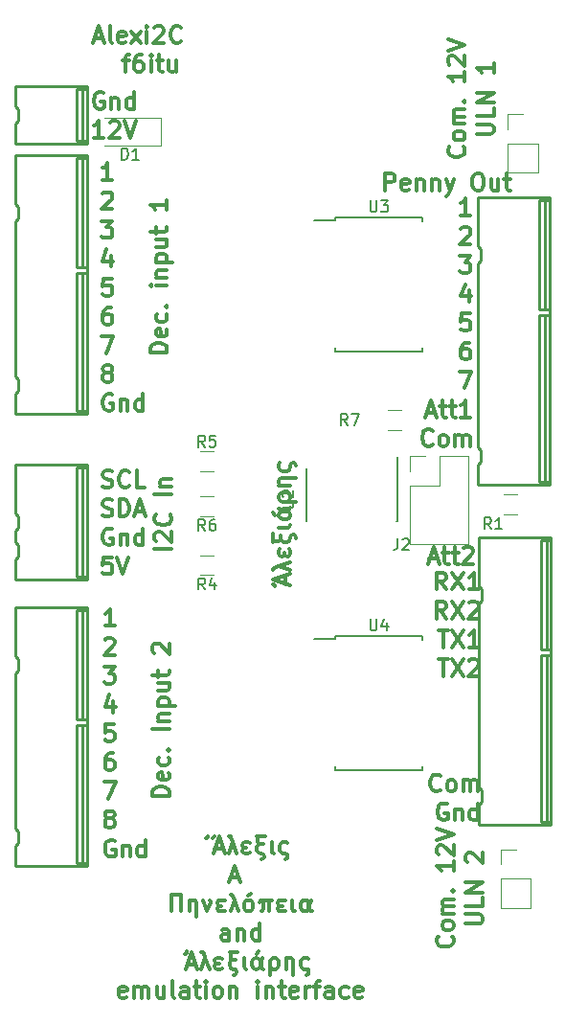
<source format=gbr>
G04 #@! TF.FileFunction,Legend,Top*
%FSLAX46Y46*%
G04 Gerber Fmt 4.6, Leading zero omitted, Abs format (unit mm)*
G04 Created by KiCad (PCBNEW 4.0.7) date 12/28/17 14:23:17*
%MOMM*%
%LPD*%
G01*
G04 APERTURE LIST*
%ADD10C,0.100000*%
%ADD11C,0.300000*%
%ADD12C,0.254000*%
%ADD13C,0.120000*%
%ADD14C,0.150000*%
G04 APERTURE END LIST*
D10*
D11*
X109514286Y-114875000D02*
X110228572Y-114875000D01*
X109371429Y-115303571D02*
X109871429Y-113803571D01*
X110371429Y-115303571D01*
X109514286Y-113732143D02*
X109300000Y-113946429D01*
X108728572Y-113946429D02*
X108800000Y-113946429D01*
X108871429Y-113875000D01*
X108871429Y-113732143D01*
X111085715Y-114303571D02*
X110728572Y-115303571D01*
X110728572Y-113803571D02*
X110871429Y-113803571D01*
X110942857Y-113875000D01*
X111085715Y-114303571D01*
X111442857Y-115303571D01*
X112157143Y-114803571D02*
X112014286Y-114875000D01*
X111942857Y-115017857D01*
X111942857Y-115089286D01*
X112014286Y-115232143D01*
X112157143Y-115303571D01*
X112442857Y-115303571D01*
X112585714Y-115232143D01*
X112300000Y-114803571D02*
X112157143Y-114803571D01*
X112014286Y-114732143D01*
X111942857Y-114589286D01*
X111942857Y-114517857D01*
X112014286Y-114375000D01*
X112157143Y-114303571D01*
X112442857Y-114303571D01*
X112585714Y-114375000D01*
X113228572Y-113803571D02*
X113942858Y-113803571D01*
X113514286Y-113803571D02*
X113371429Y-113875000D01*
X113300000Y-114017857D01*
X113300000Y-114232143D01*
X113371429Y-114375000D01*
X113514286Y-114446429D01*
X113800000Y-114446429D01*
X113514286Y-114446429D02*
X113371429Y-114517857D01*
X113300000Y-114589286D01*
X113228572Y-114732143D01*
X113228572Y-115017857D01*
X113300000Y-115160714D01*
X113371429Y-115232143D01*
X113514286Y-115303571D01*
X113657143Y-115303571D01*
X113800000Y-115375000D01*
X113871429Y-115517857D01*
X113871429Y-115589286D01*
X113800000Y-115732143D01*
X113657143Y-115803571D01*
X113585715Y-115803571D01*
X114514286Y-114303571D02*
X114514286Y-115089286D01*
X114585714Y-115232143D01*
X114728572Y-115303571D01*
X115942857Y-114375000D02*
X115800000Y-114303571D01*
X115514286Y-114303571D01*
X115371428Y-114375000D01*
X115300000Y-114446429D01*
X115228571Y-114589286D01*
X115228571Y-115017857D01*
X115300000Y-115160714D01*
X115371428Y-115232143D01*
X115514286Y-115303571D01*
X115728571Y-115303571D01*
X115871428Y-115375000D01*
X115942857Y-115517857D01*
X115942857Y-115589286D01*
X115871428Y-115732143D01*
X115728571Y-115803571D01*
X110871429Y-117425000D02*
X111585715Y-117425000D01*
X110728572Y-117853571D02*
X111228572Y-116353571D01*
X111728572Y-117853571D01*
X105657143Y-120403571D02*
X105657143Y-118903571D01*
X106514286Y-118903571D01*
X106514286Y-120403571D01*
X107228572Y-119403571D02*
X107228572Y-120403571D01*
X107228572Y-119546429D02*
X107300000Y-119475000D01*
X107442858Y-119403571D01*
X107657143Y-119403571D01*
X107800000Y-119475000D01*
X107871429Y-119617857D01*
X107871429Y-120903571D01*
X108442858Y-119403571D02*
X108800001Y-120403571D01*
X109157143Y-119617857D01*
X109157143Y-119546429D01*
X109085715Y-119403571D01*
X109942858Y-119903571D02*
X109800001Y-119975000D01*
X109728572Y-120117857D01*
X109728572Y-120189286D01*
X109800001Y-120332143D01*
X109942858Y-120403571D01*
X110228572Y-120403571D01*
X110371429Y-120332143D01*
X110085715Y-119903571D02*
X109942858Y-119903571D01*
X109800001Y-119832143D01*
X109728572Y-119689286D01*
X109728572Y-119617857D01*
X109800001Y-119475000D01*
X109942858Y-119403571D01*
X110228572Y-119403571D01*
X110371429Y-119475000D01*
X111228573Y-119403571D02*
X110871430Y-120403571D01*
X110871430Y-118903571D02*
X111014287Y-118903571D01*
X111085715Y-118975000D01*
X111228573Y-119403571D01*
X111585715Y-120403571D01*
X112371430Y-120403571D02*
X112228572Y-120332143D01*
X112157144Y-120260714D01*
X112085715Y-120117857D01*
X112085715Y-119689286D01*
X112157144Y-119546429D01*
X112228572Y-119475000D01*
X112371430Y-119403571D01*
X112585715Y-119403571D01*
X112728572Y-119475000D01*
X112800001Y-119546429D01*
X112871430Y-119689286D01*
X112871430Y-120117857D01*
X112800001Y-120260714D01*
X112728572Y-120332143D01*
X112585715Y-120403571D01*
X112371430Y-120403571D01*
X112657144Y-118832143D02*
X112442858Y-119046429D01*
X114300001Y-119403571D02*
X114300001Y-120403571D01*
X113800001Y-119403571D02*
X113800001Y-120189286D01*
X113728573Y-120332143D01*
X113585715Y-120403571D01*
X114585715Y-119403571D02*
X113657144Y-119403571D01*
X113514287Y-119475000D01*
X113442858Y-119617857D01*
X115300001Y-119903571D02*
X115157144Y-119975000D01*
X115085715Y-120117857D01*
X115085715Y-120189286D01*
X115157144Y-120332143D01*
X115300001Y-120403571D01*
X115585715Y-120403571D01*
X115728572Y-120332143D01*
X115442858Y-119903571D02*
X115300001Y-119903571D01*
X115157144Y-119832143D01*
X115085715Y-119689286D01*
X115085715Y-119617857D01*
X115157144Y-119475000D01*
X115300001Y-119403571D01*
X115585715Y-119403571D01*
X115728572Y-119475000D01*
X116371430Y-119403571D02*
X116371430Y-120189286D01*
X116442858Y-120332143D01*
X116585716Y-120403571D01*
X118014287Y-119403571D02*
X117800001Y-120117857D01*
X117728572Y-120260714D01*
X117657144Y-120332143D01*
X117514287Y-120403571D01*
X117371430Y-120403571D01*
X117228572Y-120332143D01*
X117157144Y-120260714D01*
X117085715Y-120046429D01*
X117085715Y-119760714D01*
X117157144Y-119546429D01*
X117228572Y-119475000D01*
X117371430Y-119403571D01*
X117514287Y-119403571D01*
X117657144Y-119475000D01*
X117728572Y-119546429D01*
X117800001Y-119689286D01*
X117871430Y-120189286D01*
X117942858Y-120332143D01*
X118085715Y-120403571D01*
X110764286Y-122953571D02*
X110764286Y-122167857D01*
X110692857Y-122025000D01*
X110550000Y-121953571D01*
X110264286Y-121953571D01*
X110121429Y-122025000D01*
X110764286Y-122882143D02*
X110621429Y-122953571D01*
X110264286Y-122953571D01*
X110121429Y-122882143D01*
X110050000Y-122739286D01*
X110050000Y-122596429D01*
X110121429Y-122453571D01*
X110264286Y-122382143D01*
X110621429Y-122382143D01*
X110764286Y-122310714D01*
X111478572Y-121953571D02*
X111478572Y-122953571D01*
X111478572Y-122096429D02*
X111550000Y-122025000D01*
X111692858Y-121953571D01*
X111907143Y-121953571D01*
X112050000Y-122025000D01*
X112121429Y-122167857D01*
X112121429Y-122953571D01*
X113478572Y-122953571D02*
X113478572Y-121453571D01*
X113478572Y-122882143D02*
X113335715Y-122953571D01*
X113050001Y-122953571D01*
X112907143Y-122882143D01*
X112835715Y-122810714D01*
X112764286Y-122667857D01*
X112764286Y-122239286D01*
X112835715Y-122096429D01*
X112907143Y-122025000D01*
X113050001Y-121953571D01*
X113335715Y-121953571D01*
X113478572Y-122025000D01*
X107085715Y-125075000D02*
X107800001Y-125075000D01*
X106942858Y-125503571D02*
X107442858Y-124003571D01*
X107942858Y-125503571D01*
X106871430Y-124146429D02*
X106942858Y-124146429D01*
X107014287Y-124075000D01*
X107014287Y-123932143D01*
X108657144Y-124503571D02*
X108300001Y-125503571D01*
X108300001Y-124003571D02*
X108442858Y-124003571D01*
X108514286Y-124075000D01*
X108657144Y-124503571D01*
X109014286Y-125503571D01*
X109728572Y-125003571D02*
X109585715Y-125075000D01*
X109514286Y-125217857D01*
X109514286Y-125289286D01*
X109585715Y-125432143D01*
X109728572Y-125503571D01*
X110014286Y-125503571D01*
X110157143Y-125432143D01*
X109871429Y-125003571D02*
X109728572Y-125003571D01*
X109585715Y-124932143D01*
X109514286Y-124789286D01*
X109514286Y-124717857D01*
X109585715Y-124575000D01*
X109728572Y-124503571D01*
X110014286Y-124503571D01*
X110157143Y-124575000D01*
X110800001Y-124003571D02*
X111514287Y-124003571D01*
X111085715Y-124003571D02*
X110942858Y-124075000D01*
X110871429Y-124217857D01*
X110871429Y-124432143D01*
X110942858Y-124575000D01*
X111085715Y-124646429D01*
X111371429Y-124646429D01*
X111085715Y-124646429D02*
X110942858Y-124717857D01*
X110871429Y-124789286D01*
X110800001Y-124932143D01*
X110800001Y-125217857D01*
X110871429Y-125360714D01*
X110942858Y-125432143D01*
X111085715Y-125503571D01*
X111228572Y-125503571D01*
X111371429Y-125575000D01*
X111442858Y-125717857D01*
X111442858Y-125789286D01*
X111371429Y-125932143D01*
X111228572Y-126003571D01*
X111157144Y-126003571D01*
X112085715Y-124503571D02*
X112085715Y-125289286D01*
X112157143Y-125432143D01*
X112300001Y-125503571D01*
X113728572Y-124503571D02*
X113514286Y-125217857D01*
X113442857Y-125360714D01*
X113371429Y-125432143D01*
X113228572Y-125503571D01*
X113085715Y-125503571D01*
X112942857Y-125432143D01*
X112871429Y-125360714D01*
X112800000Y-125146429D01*
X112800000Y-124860714D01*
X112871429Y-124646429D01*
X112942857Y-124575000D01*
X113085715Y-124503571D01*
X113228572Y-124503571D01*
X113371429Y-124575000D01*
X113442857Y-124646429D01*
X113514286Y-124789286D01*
X113585715Y-125289286D01*
X113657143Y-125432143D01*
X113800000Y-125503571D01*
X113371429Y-123932143D02*
X113157143Y-124146429D01*
X114371429Y-126003571D02*
X114371429Y-124789286D01*
X114442857Y-124646429D01*
X114514286Y-124575000D01*
X114657143Y-124503571D01*
X114871429Y-124503571D01*
X115014286Y-124575000D01*
X115085715Y-124646429D01*
X115157143Y-124789286D01*
X115157143Y-125217857D01*
X115085715Y-125360714D01*
X115014286Y-125432143D01*
X114871429Y-125503571D01*
X114657143Y-125503571D01*
X114514286Y-125432143D01*
X114371429Y-125289286D01*
X115800000Y-124503571D02*
X115800000Y-125503571D01*
X115800000Y-124646429D02*
X115871428Y-124575000D01*
X116014286Y-124503571D01*
X116228571Y-124503571D01*
X116371428Y-124575000D01*
X116442857Y-124717857D01*
X116442857Y-126003571D01*
X117800000Y-124575000D02*
X117657143Y-124503571D01*
X117371429Y-124503571D01*
X117228571Y-124575000D01*
X117157143Y-124646429D01*
X117085714Y-124789286D01*
X117085714Y-125217857D01*
X117157143Y-125360714D01*
X117228571Y-125432143D01*
X117371429Y-125503571D01*
X117585714Y-125503571D01*
X117728571Y-125575000D01*
X117800000Y-125717857D01*
X117800000Y-125789286D01*
X117728571Y-125932143D01*
X117585714Y-126003571D01*
X101657143Y-127982143D02*
X101514286Y-128053571D01*
X101228572Y-128053571D01*
X101085715Y-127982143D01*
X101014286Y-127839286D01*
X101014286Y-127267857D01*
X101085715Y-127125000D01*
X101228572Y-127053571D01*
X101514286Y-127053571D01*
X101657143Y-127125000D01*
X101728572Y-127267857D01*
X101728572Y-127410714D01*
X101014286Y-127553571D01*
X102371429Y-128053571D02*
X102371429Y-127053571D01*
X102371429Y-127196429D02*
X102442857Y-127125000D01*
X102585715Y-127053571D01*
X102800000Y-127053571D01*
X102942857Y-127125000D01*
X103014286Y-127267857D01*
X103014286Y-128053571D01*
X103014286Y-127267857D02*
X103085715Y-127125000D01*
X103228572Y-127053571D01*
X103442857Y-127053571D01*
X103585715Y-127125000D01*
X103657143Y-127267857D01*
X103657143Y-128053571D01*
X105014286Y-127053571D02*
X105014286Y-128053571D01*
X104371429Y-127053571D02*
X104371429Y-127839286D01*
X104442857Y-127982143D01*
X104585715Y-128053571D01*
X104800000Y-128053571D01*
X104942857Y-127982143D01*
X105014286Y-127910714D01*
X105942858Y-128053571D02*
X105800000Y-127982143D01*
X105728572Y-127839286D01*
X105728572Y-126553571D01*
X107157143Y-128053571D02*
X107157143Y-127267857D01*
X107085714Y-127125000D01*
X106942857Y-127053571D01*
X106657143Y-127053571D01*
X106514286Y-127125000D01*
X107157143Y-127982143D02*
X107014286Y-128053571D01*
X106657143Y-128053571D01*
X106514286Y-127982143D01*
X106442857Y-127839286D01*
X106442857Y-127696429D01*
X106514286Y-127553571D01*
X106657143Y-127482143D01*
X107014286Y-127482143D01*
X107157143Y-127410714D01*
X107657143Y-127053571D02*
X108228572Y-127053571D01*
X107871429Y-126553571D02*
X107871429Y-127839286D01*
X107942857Y-127982143D01*
X108085715Y-128053571D01*
X108228572Y-128053571D01*
X108728572Y-128053571D02*
X108728572Y-127053571D01*
X108728572Y-126553571D02*
X108657143Y-126625000D01*
X108728572Y-126696429D01*
X108800000Y-126625000D01*
X108728572Y-126553571D01*
X108728572Y-126696429D01*
X109657144Y-128053571D02*
X109514286Y-127982143D01*
X109442858Y-127910714D01*
X109371429Y-127767857D01*
X109371429Y-127339286D01*
X109442858Y-127196429D01*
X109514286Y-127125000D01*
X109657144Y-127053571D01*
X109871429Y-127053571D01*
X110014286Y-127125000D01*
X110085715Y-127196429D01*
X110157144Y-127339286D01*
X110157144Y-127767857D01*
X110085715Y-127910714D01*
X110014286Y-127982143D01*
X109871429Y-128053571D01*
X109657144Y-128053571D01*
X110800001Y-127053571D02*
X110800001Y-128053571D01*
X110800001Y-127196429D02*
X110871429Y-127125000D01*
X111014287Y-127053571D01*
X111228572Y-127053571D01*
X111371429Y-127125000D01*
X111442858Y-127267857D01*
X111442858Y-128053571D01*
X113300001Y-128053571D02*
X113300001Y-127053571D01*
X113300001Y-126553571D02*
X113228572Y-126625000D01*
X113300001Y-126696429D01*
X113371429Y-126625000D01*
X113300001Y-126553571D01*
X113300001Y-126696429D01*
X114014287Y-127053571D02*
X114014287Y-128053571D01*
X114014287Y-127196429D02*
X114085715Y-127125000D01*
X114228573Y-127053571D01*
X114442858Y-127053571D01*
X114585715Y-127125000D01*
X114657144Y-127267857D01*
X114657144Y-128053571D01*
X115157144Y-127053571D02*
X115728573Y-127053571D01*
X115371430Y-126553571D02*
X115371430Y-127839286D01*
X115442858Y-127982143D01*
X115585716Y-128053571D01*
X115728573Y-128053571D01*
X116800001Y-127982143D02*
X116657144Y-128053571D01*
X116371430Y-128053571D01*
X116228573Y-127982143D01*
X116157144Y-127839286D01*
X116157144Y-127267857D01*
X116228573Y-127125000D01*
X116371430Y-127053571D01*
X116657144Y-127053571D01*
X116800001Y-127125000D01*
X116871430Y-127267857D01*
X116871430Y-127410714D01*
X116157144Y-127553571D01*
X117514287Y-128053571D02*
X117514287Y-127053571D01*
X117514287Y-127339286D02*
X117585715Y-127196429D01*
X117657144Y-127125000D01*
X117800001Y-127053571D01*
X117942858Y-127053571D01*
X118228572Y-127053571D02*
X118800001Y-127053571D01*
X118442858Y-128053571D02*
X118442858Y-126767857D01*
X118514286Y-126625000D01*
X118657144Y-126553571D01*
X118800001Y-126553571D01*
X119942858Y-128053571D02*
X119942858Y-127267857D01*
X119871429Y-127125000D01*
X119728572Y-127053571D01*
X119442858Y-127053571D01*
X119300001Y-127125000D01*
X119942858Y-127982143D02*
X119800001Y-128053571D01*
X119442858Y-128053571D01*
X119300001Y-127982143D01*
X119228572Y-127839286D01*
X119228572Y-127696429D01*
X119300001Y-127553571D01*
X119442858Y-127482143D01*
X119800001Y-127482143D01*
X119942858Y-127410714D01*
X121300001Y-127982143D02*
X121157144Y-128053571D01*
X120871430Y-128053571D01*
X120728572Y-127982143D01*
X120657144Y-127910714D01*
X120585715Y-127767857D01*
X120585715Y-127339286D01*
X120657144Y-127196429D01*
X120728572Y-127125000D01*
X120871430Y-127053571D01*
X121157144Y-127053571D01*
X121300001Y-127125000D01*
X122514286Y-127982143D02*
X122371429Y-128053571D01*
X122085715Y-128053571D01*
X121942858Y-127982143D01*
X121871429Y-127839286D01*
X121871429Y-127267857D01*
X121942858Y-127125000D01*
X122085715Y-127053571D01*
X122371429Y-127053571D01*
X122514286Y-127125000D01*
X122585715Y-127267857D01*
X122585715Y-127410714D01*
X121871429Y-127553571D01*
X98857143Y-43225000D02*
X99571429Y-43225000D01*
X98714286Y-43653571D02*
X99214286Y-42153571D01*
X99714286Y-43653571D01*
X100428572Y-43653571D02*
X100285714Y-43582143D01*
X100214286Y-43439286D01*
X100214286Y-42153571D01*
X101571428Y-43582143D02*
X101428571Y-43653571D01*
X101142857Y-43653571D01*
X101000000Y-43582143D01*
X100928571Y-43439286D01*
X100928571Y-42867857D01*
X101000000Y-42725000D01*
X101142857Y-42653571D01*
X101428571Y-42653571D01*
X101571428Y-42725000D01*
X101642857Y-42867857D01*
X101642857Y-43010714D01*
X100928571Y-43153571D01*
X102142857Y-43653571D02*
X102928571Y-42653571D01*
X102142857Y-42653571D02*
X102928571Y-43653571D01*
X103500000Y-43653571D02*
X103500000Y-42653571D01*
X103500000Y-42153571D02*
X103428571Y-42225000D01*
X103500000Y-42296429D01*
X103571428Y-42225000D01*
X103500000Y-42153571D01*
X103500000Y-42296429D01*
X104142857Y-42296429D02*
X104214286Y-42225000D01*
X104357143Y-42153571D01*
X104714286Y-42153571D01*
X104857143Y-42225000D01*
X104928572Y-42296429D01*
X105000000Y-42439286D01*
X105000000Y-42582143D01*
X104928572Y-42796429D01*
X104071429Y-43653571D01*
X105000000Y-43653571D01*
X106500000Y-43510714D02*
X106428571Y-43582143D01*
X106214285Y-43653571D01*
X106071428Y-43653571D01*
X105857143Y-43582143D01*
X105714285Y-43439286D01*
X105642857Y-43296429D01*
X105571428Y-43010714D01*
X105571428Y-42796429D01*
X105642857Y-42510714D01*
X105714285Y-42367857D01*
X105857143Y-42225000D01*
X106071428Y-42153571D01*
X106214285Y-42153571D01*
X106428571Y-42225000D01*
X106500000Y-42296429D01*
X101357143Y-45203571D02*
X101928572Y-45203571D01*
X101571429Y-46203571D02*
X101571429Y-44917857D01*
X101642857Y-44775000D01*
X101785715Y-44703571D01*
X101928572Y-44703571D01*
X103071429Y-44703571D02*
X102785715Y-44703571D01*
X102642858Y-44775000D01*
X102571429Y-44846429D01*
X102428572Y-45060714D01*
X102357143Y-45346429D01*
X102357143Y-45917857D01*
X102428572Y-46060714D01*
X102500000Y-46132143D01*
X102642858Y-46203571D01*
X102928572Y-46203571D01*
X103071429Y-46132143D01*
X103142858Y-46060714D01*
X103214286Y-45917857D01*
X103214286Y-45560714D01*
X103142858Y-45417857D01*
X103071429Y-45346429D01*
X102928572Y-45275000D01*
X102642858Y-45275000D01*
X102500000Y-45346429D01*
X102428572Y-45417857D01*
X102357143Y-45560714D01*
X103857143Y-46203571D02*
X103857143Y-45203571D01*
X103857143Y-44703571D02*
X103785714Y-44775000D01*
X103857143Y-44846429D01*
X103928571Y-44775000D01*
X103857143Y-44703571D01*
X103857143Y-44846429D01*
X104357143Y-45203571D02*
X104928572Y-45203571D01*
X104571429Y-44703571D02*
X104571429Y-45989286D01*
X104642857Y-46132143D01*
X104785715Y-46203571D01*
X104928572Y-46203571D01*
X106071429Y-45203571D02*
X106071429Y-46203571D01*
X105428572Y-45203571D02*
X105428572Y-45989286D01*
X105500000Y-46132143D01*
X105642858Y-46203571D01*
X105857143Y-46203571D01*
X106000000Y-46132143D01*
X106071429Y-46060714D01*
X115750000Y-91464285D02*
X115750000Y-90749999D01*
X116178571Y-91607142D02*
X114678571Y-91107142D01*
X116178571Y-90607142D01*
X114821429Y-91678570D02*
X114821429Y-91607142D01*
X114750000Y-91535713D01*
X114607143Y-91535713D01*
X115178571Y-89892856D02*
X116178571Y-90249999D01*
X114678571Y-90249999D02*
X114678571Y-90107142D01*
X114750000Y-90035714D01*
X115178571Y-89892856D01*
X116178571Y-89535714D01*
X115678571Y-88821428D02*
X115750000Y-88964285D01*
X115892857Y-89035714D01*
X115964286Y-89035714D01*
X116107143Y-88964285D01*
X116178571Y-88821428D01*
X116178571Y-88535714D01*
X116107143Y-88392857D01*
X115678571Y-88678571D02*
X115678571Y-88821428D01*
X115607143Y-88964285D01*
X115464286Y-89035714D01*
X115392857Y-89035714D01*
X115250000Y-88964285D01*
X115178571Y-88821428D01*
X115178571Y-88535714D01*
X115250000Y-88392857D01*
X114678571Y-87749999D02*
X114678571Y-87035713D01*
X114678571Y-87464285D02*
X114750000Y-87607142D01*
X114892857Y-87678571D01*
X115107143Y-87678571D01*
X115250000Y-87607142D01*
X115321429Y-87464285D01*
X115321429Y-87178571D01*
X115321429Y-87464285D02*
X115392857Y-87607142D01*
X115464286Y-87678571D01*
X115607143Y-87749999D01*
X115892857Y-87749999D01*
X116035714Y-87678571D01*
X116107143Y-87607142D01*
X116178571Y-87464285D01*
X116178571Y-87321428D01*
X116250000Y-87178571D01*
X116392857Y-87107142D01*
X116464286Y-87107142D01*
X116607143Y-87178571D01*
X116678571Y-87321428D01*
X116678571Y-87392856D01*
X115178571Y-86464285D02*
X115964286Y-86464285D01*
X116107143Y-86392857D01*
X116178571Y-86249999D01*
X115178571Y-84821428D02*
X115892857Y-85035714D01*
X116035714Y-85107143D01*
X116107143Y-85178571D01*
X116178571Y-85321428D01*
X116178571Y-85464285D01*
X116107143Y-85607143D01*
X116035714Y-85678571D01*
X115821429Y-85750000D01*
X115535714Y-85750000D01*
X115321429Y-85678571D01*
X115250000Y-85607143D01*
X115178571Y-85464285D01*
X115178571Y-85321428D01*
X115250000Y-85178571D01*
X115321429Y-85107143D01*
X115464286Y-85035714D01*
X115964286Y-84964285D01*
X116107143Y-84892857D01*
X116178571Y-84750000D01*
X114607143Y-85178571D02*
X114821429Y-85392857D01*
X116678571Y-84178571D02*
X115464286Y-84178571D01*
X115321429Y-84107143D01*
X115250000Y-84035714D01*
X115178571Y-83892857D01*
X115178571Y-83678571D01*
X115250000Y-83535714D01*
X115321429Y-83464285D01*
X115464286Y-83392857D01*
X115892857Y-83392857D01*
X116035714Y-83464285D01*
X116107143Y-83535714D01*
X116178571Y-83678571D01*
X116178571Y-83892857D01*
X116107143Y-84035714D01*
X115964286Y-84178571D01*
X115178571Y-82750000D02*
X116178571Y-82750000D01*
X115321429Y-82750000D02*
X115250000Y-82678572D01*
X115178571Y-82535714D01*
X115178571Y-82321429D01*
X115250000Y-82178572D01*
X115392857Y-82107143D01*
X116678571Y-82107143D01*
X115250000Y-80750000D02*
X115178571Y-80892857D01*
X115178571Y-81178571D01*
X115250000Y-81321429D01*
X115321429Y-81392857D01*
X115464286Y-81464286D01*
X115892857Y-81464286D01*
X116035714Y-81392857D01*
X116107143Y-81321429D01*
X116178571Y-81178571D01*
X116178571Y-80964286D01*
X116250000Y-80821429D01*
X116392857Y-80750000D01*
X116464286Y-80750000D01*
X116607143Y-80821429D01*
X116678571Y-80964286D01*
X128471429Y-89250000D02*
X129185715Y-89250000D01*
X128328572Y-89678571D02*
X128828572Y-88178571D01*
X129328572Y-89678571D01*
X129614286Y-88678571D02*
X130185715Y-88678571D01*
X129828572Y-88178571D02*
X129828572Y-89464286D01*
X129900000Y-89607143D01*
X130042858Y-89678571D01*
X130185715Y-89678571D01*
X130471429Y-88678571D02*
X131042858Y-88678571D01*
X130685715Y-88178571D02*
X130685715Y-89464286D01*
X130757143Y-89607143D01*
X130900001Y-89678571D01*
X131042858Y-89678571D01*
X131471429Y-88321429D02*
X131542858Y-88250000D01*
X131685715Y-88178571D01*
X132042858Y-88178571D01*
X132185715Y-88250000D01*
X132257144Y-88321429D01*
X132328572Y-88464286D01*
X132328572Y-88607143D01*
X132257144Y-88821429D01*
X131400001Y-89678571D01*
X132328572Y-89678571D01*
X129957144Y-91953571D02*
X129457144Y-91239286D01*
X129100001Y-91953571D02*
X129100001Y-90453571D01*
X129671429Y-90453571D01*
X129814287Y-90525000D01*
X129885715Y-90596429D01*
X129957144Y-90739286D01*
X129957144Y-90953571D01*
X129885715Y-91096429D01*
X129814287Y-91167857D01*
X129671429Y-91239286D01*
X129100001Y-91239286D01*
X130457144Y-90453571D02*
X131457144Y-91953571D01*
X131457144Y-90453571D02*
X130457144Y-91953571D01*
X132814286Y-91953571D02*
X131957143Y-91953571D01*
X132385715Y-91953571D02*
X132385715Y-90453571D01*
X132242858Y-90667857D01*
X132100000Y-90810714D01*
X131957143Y-90882143D01*
X129957144Y-94503571D02*
X129457144Y-93789286D01*
X129100001Y-94503571D02*
X129100001Y-93003571D01*
X129671429Y-93003571D01*
X129814287Y-93075000D01*
X129885715Y-93146429D01*
X129957144Y-93289286D01*
X129957144Y-93503571D01*
X129885715Y-93646429D01*
X129814287Y-93717857D01*
X129671429Y-93789286D01*
X129100001Y-93789286D01*
X130457144Y-93003571D02*
X131457144Y-94503571D01*
X131457144Y-93003571D02*
X130457144Y-94503571D01*
X131957143Y-93146429D02*
X132028572Y-93075000D01*
X132171429Y-93003571D01*
X132528572Y-93003571D01*
X132671429Y-93075000D01*
X132742858Y-93146429D01*
X132814286Y-93289286D01*
X132814286Y-93432143D01*
X132742858Y-93646429D01*
X131885715Y-94503571D01*
X132814286Y-94503571D01*
X129242858Y-95553571D02*
X130100001Y-95553571D01*
X129671430Y-97053571D02*
X129671430Y-95553571D01*
X130457144Y-95553571D02*
X131457144Y-97053571D01*
X131457144Y-95553571D02*
X130457144Y-97053571D01*
X132814286Y-97053571D02*
X131957143Y-97053571D01*
X132385715Y-97053571D02*
X132385715Y-95553571D01*
X132242858Y-95767857D01*
X132100000Y-95910714D01*
X131957143Y-95982143D01*
X129242858Y-98103571D02*
X130100001Y-98103571D01*
X129671430Y-99603571D02*
X129671430Y-98103571D01*
X130457144Y-98103571D02*
X131457144Y-99603571D01*
X131457144Y-98103571D02*
X130457144Y-99603571D01*
X131957143Y-98246429D02*
X132028572Y-98175000D01*
X132171429Y-98103571D01*
X132528572Y-98103571D01*
X132671429Y-98175000D01*
X132742858Y-98246429D01*
X132814286Y-98389286D01*
X132814286Y-98532143D01*
X132742858Y-98746429D01*
X131885715Y-99603571D01*
X132814286Y-99603571D01*
X129457143Y-109660714D02*
X129385714Y-109732143D01*
X129171428Y-109803571D01*
X129028571Y-109803571D01*
X128814286Y-109732143D01*
X128671428Y-109589286D01*
X128600000Y-109446429D01*
X128528571Y-109160714D01*
X128528571Y-108946429D01*
X128600000Y-108660714D01*
X128671428Y-108517857D01*
X128814286Y-108375000D01*
X129028571Y-108303571D01*
X129171428Y-108303571D01*
X129385714Y-108375000D01*
X129457143Y-108446429D01*
X130314286Y-109803571D02*
X130171428Y-109732143D01*
X130100000Y-109660714D01*
X130028571Y-109517857D01*
X130028571Y-109089286D01*
X130100000Y-108946429D01*
X130171428Y-108875000D01*
X130314286Y-108803571D01*
X130528571Y-108803571D01*
X130671428Y-108875000D01*
X130742857Y-108946429D01*
X130814286Y-109089286D01*
X130814286Y-109517857D01*
X130742857Y-109660714D01*
X130671428Y-109732143D01*
X130528571Y-109803571D01*
X130314286Y-109803571D01*
X131457143Y-109803571D02*
X131457143Y-108803571D01*
X131457143Y-108946429D02*
X131528571Y-108875000D01*
X131671429Y-108803571D01*
X131885714Y-108803571D01*
X132028571Y-108875000D01*
X132100000Y-109017857D01*
X132100000Y-109803571D01*
X132100000Y-109017857D02*
X132171429Y-108875000D01*
X132314286Y-108803571D01*
X132528571Y-108803571D01*
X132671429Y-108875000D01*
X132742857Y-109017857D01*
X132742857Y-109803571D01*
X130028571Y-110925000D02*
X129885714Y-110853571D01*
X129671428Y-110853571D01*
X129457143Y-110925000D01*
X129314285Y-111067857D01*
X129242857Y-111210714D01*
X129171428Y-111496429D01*
X129171428Y-111710714D01*
X129242857Y-111996429D01*
X129314285Y-112139286D01*
X129457143Y-112282143D01*
X129671428Y-112353571D01*
X129814285Y-112353571D01*
X130028571Y-112282143D01*
X130100000Y-112210714D01*
X130100000Y-111710714D01*
X129814285Y-111710714D01*
X130742857Y-111353571D02*
X130742857Y-112353571D01*
X130742857Y-111496429D02*
X130814285Y-111425000D01*
X130957143Y-111353571D01*
X131171428Y-111353571D01*
X131314285Y-111425000D01*
X131385714Y-111567857D01*
X131385714Y-112353571D01*
X132742857Y-112353571D02*
X132742857Y-110853571D01*
X132742857Y-112282143D02*
X132600000Y-112353571D01*
X132314286Y-112353571D01*
X132171428Y-112282143D01*
X132100000Y-112210714D01*
X132028571Y-112067857D01*
X132028571Y-111639286D01*
X132100000Y-111496429D01*
X132171428Y-111425000D01*
X132314286Y-111353571D01*
X132600000Y-111353571D01*
X132742857Y-111425000D01*
X132114286Y-58878571D02*
X131257143Y-58878571D01*
X131685715Y-58878571D02*
X131685715Y-57378571D01*
X131542858Y-57592857D01*
X131400000Y-57735714D01*
X131257143Y-57807143D01*
X131257143Y-60071429D02*
X131328572Y-60000000D01*
X131471429Y-59928571D01*
X131828572Y-59928571D01*
X131971429Y-60000000D01*
X132042858Y-60071429D01*
X132114286Y-60214286D01*
X132114286Y-60357143D01*
X132042858Y-60571429D01*
X131185715Y-61428571D01*
X132114286Y-61428571D01*
X131185715Y-62478571D02*
X132114286Y-62478571D01*
X131614286Y-63050000D01*
X131828572Y-63050000D01*
X131971429Y-63121429D01*
X132042858Y-63192857D01*
X132114286Y-63335714D01*
X132114286Y-63692857D01*
X132042858Y-63835714D01*
X131971429Y-63907143D01*
X131828572Y-63978571D01*
X131400000Y-63978571D01*
X131257143Y-63907143D01*
X131185715Y-63835714D01*
X131971429Y-65528571D02*
X131971429Y-66528571D01*
X131614286Y-64957143D02*
X131257143Y-66028571D01*
X132185715Y-66028571D01*
X132042858Y-67578571D02*
X131328572Y-67578571D01*
X131257143Y-68292857D01*
X131328572Y-68221429D01*
X131471429Y-68150000D01*
X131828572Y-68150000D01*
X131971429Y-68221429D01*
X132042858Y-68292857D01*
X132114286Y-68435714D01*
X132114286Y-68792857D01*
X132042858Y-68935714D01*
X131971429Y-69007143D01*
X131828572Y-69078571D01*
X131471429Y-69078571D01*
X131328572Y-69007143D01*
X131257143Y-68935714D01*
X131971429Y-70128571D02*
X131685715Y-70128571D01*
X131542858Y-70200000D01*
X131471429Y-70271429D01*
X131328572Y-70485714D01*
X131257143Y-70771429D01*
X131257143Y-71342857D01*
X131328572Y-71485714D01*
X131400000Y-71557143D01*
X131542858Y-71628571D01*
X131828572Y-71628571D01*
X131971429Y-71557143D01*
X132042858Y-71485714D01*
X132114286Y-71342857D01*
X132114286Y-70985714D01*
X132042858Y-70842857D01*
X131971429Y-70771429D01*
X131828572Y-70700000D01*
X131542858Y-70700000D01*
X131400000Y-70771429D01*
X131328572Y-70842857D01*
X131257143Y-70985714D01*
X131185715Y-72678571D02*
X132185715Y-72678571D01*
X131542858Y-74178571D01*
X128257143Y-76300000D02*
X128971429Y-76300000D01*
X128114286Y-76728571D02*
X128614286Y-75228571D01*
X129114286Y-76728571D01*
X129400000Y-75728571D02*
X129971429Y-75728571D01*
X129614286Y-75228571D02*
X129614286Y-76514286D01*
X129685714Y-76657143D01*
X129828572Y-76728571D01*
X129971429Y-76728571D01*
X130257143Y-75728571D02*
X130828572Y-75728571D01*
X130471429Y-75228571D02*
X130471429Y-76514286D01*
X130542857Y-76657143D01*
X130685715Y-76728571D01*
X130828572Y-76728571D01*
X132114286Y-76728571D02*
X131257143Y-76728571D01*
X131685715Y-76728571D02*
X131685715Y-75228571D01*
X131542858Y-75442857D01*
X131400000Y-75585714D01*
X131257143Y-75657143D01*
X128757143Y-79135714D02*
X128685714Y-79207143D01*
X128471428Y-79278571D01*
X128328571Y-79278571D01*
X128114286Y-79207143D01*
X127971428Y-79064286D01*
X127900000Y-78921429D01*
X127828571Y-78635714D01*
X127828571Y-78421429D01*
X127900000Y-78135714D01*
X127971428Y-77992857D01*
X128114286Y-77850000D01*
X128328571Y-77778571D01*
X128471428Y-77778571D01*
X128685714Y-77850000D01*
X128757143Y-77921429D01*
X129614286Y-79278571D02*
X129471428Y-79207143D01*
X129400000Y-79135714D01*
X129328571Y-78992857D01*
X129328571Y-78564286D01*
X129400000Y-78421429D01*
X129471428Y-78350000D01*
X129614286Y-78278571D01*
X129828571Y-78278571D01*
X129971428Y-78350000D01*
X130042857Y-78421429D01*
X130114286Y-78564286D01*
X130114286Y-78992857D01*
X130042857Y-79135714D01*
X129971428Y-79207143D01*
X129828571Y-79278571D01*
X129614286Y-79278571D01*
X130757143Y-79278571D02*
X130757143Y-78278571D01*
X130757143Y-78421429D02*
X130828571Y-78350000D01*
X130971429Y-78278571D01*
X131185714Y-78278571D01*
X131328571Y-78350000D01*
X131400000Y-78492857D01*
X131400000Y-79278571D01*
X131400000Y-78492857D02*
X131471429Y-78350000D01*
X131614286Y-78278571D01*
X131828571Y-78278571D01*
X131971429Y-78350000D01*
X132042857Y-78492857D01*
X132042857Y-79278571D01*
X124571429Y-56678571D02*
X124571429Y-55178571D01*
X125142857Y-55178571D01*
X125285715Y-55250000D01*
X125357143Y-55321429D01*
X125428572Y-55464286D01*
X125428572Y-55678571D01*
X125357143Y-55821429D01*
X125285715Y-55892857D01*
X125142857Y-55964286D01*
X124571429Y-55964286D01*
X126642857Y-56607143D02*
X126500000Y-56678571D01*
X126214286Y-56678571D01*
X126071429Y-56607143D01*
X126000000Y-56464286D01*
X126000000Y-55892857D01*
X126071429Y-55750000D01*
X126214286Y-55678571D01*
X126500000Y-55678571D01*
X126642857Y-55750000D01*
X126714286Y-55892857D01*
X126714286Y-56035714D01*
X126000000Y-56178571D01*
X127357143Y-55678571D02*
X127357143Y-56678571D01*
X127357143Y-55821429D02*
X127428571Y-55750000D01*
X127571429Y-55678571D01*
X127785714Y-55678571D01*
X127928571Y-55750000D01*
X128000000Y-55892857D01*
X128000000Y-56678571D01*
X128714286Y-55678571D02*
X128714286Y-56678571D01*
X128714286Y-55821429D02*
X128785714Y-55750000D01*
X128928572Y-55678571D01*
X129142857Y-55678571D01*
X129285714Y-55750000D01*
X129357143Y-55892857D01*
X129357143Y-56678571D01*
X129928572Y-55678571D02*
X130285715Y-56678571D01*
X130642857Y-55678571D02*
X130285715Y-56678571D01*
X130142857Y-57035714D01*
X130071429Y-57107143D01*
X129928572Y-57178571D01*
X132642857Y-55178571D02*
X132928571Y-55178571D01*
X133071429Y-55250000D01*
X133214286Y-55392857D01*
X133285714Y-55678571D01*
X133285714Y-56178571D01*
X133214286Y-56464286D01*
X133071429Y-56607143D01*
X132928571Y-56678571D01*
X132642857Y-56678571D01*
X132500000Y-56607143D01*
X132357143Y-56464286D01*
X132285714Y-56178571D01*
X132285714Y-55678571D01*
X132357143Y-55392857D01*
X132500000Y-55250000D01*
X132642857Y-55178571D01*
X134571429Y-55678571D02*
X134571429Y-56678571D01*
X133928572Y-55678571D02*
X133928572Y-56464286D01*
X134000000Y-56607143D01*
X134142858Y-56678571D01*
X134357143Y-56678571D01*
X134500000Y-56607143D01*
X134571429Y-56535714D01*
X135071429Y-55678571D02*
X135642858Y-55678571D01*
X135285715Y-55178571D02*
X135285715Y-56464286D01*
X135357143Y-56607143D01*
X135500001Y-56678571D01*
X135642858Y-56678571D01*
X130460714Y-122614285D02*
X130532143Y-122685714D01*
X130603571Y-122900000D01*
X130603571Y-123042857D01*
X130532143Y-123257142D01*
X130389286Y-123400000D01*
X130246429Y-123471428D01*
X129960714Y-123542857D01*
X129746429Y-123542857D01*
X129460714Y-123471428D01*
X129317857Y-123400000D01*
X129175000Y-123257142D01*
X129103571Y-123042857D01*
X129103571Y-122900000D01*
X129175000Y-122685714D01*
X129246429Y-122614285D01*
X130603571Y-121757142D02*
X130532143Y-121900000D01*
X130460714Y-121971428D01*
X130317857Y-122042857D01*
X129889286Y-122042857D01*
X129746429Y-121971428D01*
X129675000Y-121900000D01*
X129603571Y-121757142D01*
X129603571Y-121542857D01*
X129675000Y-121400000D01*
X129746429Y-121328571D01*
X129889286Y-121257142D01*
X130317857Y-121257142D01*
X130460714Y-121328571D01*
X130532143Y-121400000D01*
X130603571Y-121542857D01*
X130603571Y-121757142D01*
X130603571Y-120614285D02*
X129603571Y-120614285D01*
X129746429Y-120614285D02*
X129675000Y-120542857D01*
X129603571Y-120399999D01*
X129603571Y-120185714D01*
X129675000Y-120042857D01*
X129817857Y-119971428D01*
X130603571Y-119971428D01*
X129817857Y-119971428D02*
X129675000Y-119899999D01*
X129603571Y-119757142D01*
X129603571Y-119542857D01*
X129675000Y-119399999D01*
X129817857Y-119328571D01*
X130603571Y-119328571D01*
X130460714Y-118614285D02*
X130532143Y-118542857D01*
X130603571Y-118614285D01*
X130532143Y-118685714D01*
X130460714Y-118614285D01*
X130603571Y-118614285D01*
X130603571Y-115971428D02*
X130603571Y-116828571D01*
X130603571Y-116399999D02*
X129103571Y-116399999D01*
X129317857Y-116542856D01*
X129460714Y-116685714D01*
X129532143Y-116828571D01*
X129246429Y-115400000D02*
X129175000Y-115328571D01*
X129103571Y-115185714D01*
X129103571Y-114828571D01*
X129175000Y-114685714D01*
X129246429Y-114614285D01*
X129389286Y-114542857D01*
X129532143Y-114542857D01*
X129746429Y-114614285D01*
X130603571Y-115471428D01*
X130603571Y-114542857D01*
X129103571Y-114114286D02*
X130603571Y-113614286D01*
X129103571Y-113114286D01*
X131653571Y-121507143D02*
X132867857Y-121507143D01*
X133010714Y-121435715D01*
X133082143Y-121364286D01*
X133153571Y-121221429D01*
X133153571Y-120935715D01*
X133082143Y-120792857D01*
X133010714Y-120721429D01*
X132867857Y-120650000D01*
X131653571Y-120650000D01*
X133153571Y-119221428D02*
X133153571Y-119935714D01*
X131653571Y-119935714D01*
X133153571Y-118721428D02*
X131653571Y-118721428D01*
X133153571Y-117864285D01*
X131653571Y-117864285D01*
X131796429Y-116078571D02*
X131725000Y-116007142D01*
X131653571Y-115864285D01*
X131653571Y-115507142D01*
X131725000Y-115364285D01*
X131796429Y-115292856D01*
X131939286Y-115221428D01*
X132082143Y-115221428D01*
X132296429Y-115292856D01*
X133153571Y-116149999D01*
X133153571Y-115221428D01*
X131460714Y-52814285D02*
X131532143Y-52885714D01*
X131603571Y-53100000D01*
X131603571Y-53242857D01*
X131532143Y-53457142D01*
X131389286Y-53600000D01*
X131246429Y-53671428D01*
X130960714Y-53742857D01*
X130746429Y-53742857D01*
X130460714Y-53671428D01*
X130317857Y-53600000D01*
X130175000Y-53457142D01*
X130103571Y-53242857D01*
X130103571Y-53100000D01*
X130175000Y-52885714D01*
X130246429Y-52814285D01*
X131603571Y-51957142D02*
X131532143Y-52100000D01*
X131460714Y-52171428D01*
X131317857Y-52242857D01*
X130889286Y-52242857D01*
X130746429Y-52171428D01*
X130675000Y-52100000D01*
X130603571Y-51957142D01*
X130603571Y-51742857D01*
X130675000Y-51600000D01*
X130746429Y-51528571D01*
X130889286Y-51457142D01*
X131317857Y-51457142D01*
X131460714Y-51528571D01*
X131532143Y-51600000D01*
X131603571Y-51742857D01*
X131603571Y-51957142D01*
X131603571Y-50814285D02*
X130603571Y-50814285D01*
X130746429Y-50814285D02*
X130675000Y-50742857D01*
X130603571Y-50599999D01*
X130603571Y-50385714D01*
X130675000Y-50242857D01*
X130817857Y-50171428D01*
X131603571Y-50171428D01*
X130817857Y-50171428D02*
X130675000Y-50099999D01*
X130603571Y-49957142D01*
X130603571Y-49742857D01*
X130675000Y-49599999D01*
X130817857Y-49528571D01*
X131603571Y-49528571D01*
X131460714Y-48814285D02*
X131532143Y-48742857D01*
X131603571Y-48814285D01*
X131532143Y-48885714D01*
X131460714Y-48814285D01*
X131603571Y-48814285D01*
X131603571Y-46171428D02*
X131603571Y-47028571D01*
X131603571Y-46599999D02*
X130103571Y-46599999D01*
X130317857Y-46742856D01*
X130460714Y-46885714D01*
X130532143Y-47028571D01*
X130246429Y-45600000D02*
X130175000Y-45528571D01*
X130103571Y-45385714D01*
X130103571Y-45028571D01*
X130175000Y-44885714D01*
X130246429Y-44814285D01*
X130389286Y-44742857D01*
X130532143Y-44742857D01*
X130746429Y-44814285D01*
X131603571Y-45671428D01*
X131603571Y-44742857D01*
X130103571Y-44314286D02*
X131603571Y-43814286D01*
X130103571Y-43314286D01*
X132653571Y-51707143D02*
X133867857Y-51707143D01*
X134010714Y-51635715D01*
X134082143Y-51564286D01*
X134153571Y-51421429D01*
X134153571Y-51135715D01*
X134082143Y-50992857D01*
X134010714Y-50921429D01*
X133867857Y-50850000D01*
X132653571Y-50850000D01*
X134153571Y-49421428D02*
X134153571Y-50135714D01*
X132653571Y-50135714D01*
X134153571Y-48921428D02*
X132653571Y-48921428D01*
X134153571Y-48064285D01*
X132653571Y-48064285D01*
X134153571Y-45421428D02*
X134153571Y-46278571D01*
X134153571Y-45849999D02*
X132653571Y-45849999D01*
X132867857Y-45992856D01*
X133010714Y-46135714D01*
X133082143Y-46278571D01*
X105478571Y-110214285D02*
X103978571Y-110214285D01*
X103978571Y-109857142D01*
X104050000Y-109642857D01*
X104192857Y-109499999D01*
X104335714Y-109428571D01*
X104621429Y-109357142D01*
X104835714Y-109357142D01*
X105121429Y-109428571D01*
X105264286Y-109499999D01*
X105407143Y-109642857D01*
X105478571Y-109857142D01*
X105478571Y-110214285D01*
X105407143Y-108142857D02*
X105478571Y-108285714D01*
X105478571Y-108571428D01*
X105407143Y-108714285D01*
X105264286Y-108785714D01*
X104692857Y-108785714D01*
X104550000Y-108714285D01*
X104478571Y-108571428D01*
X104478571Y-108285714D01*
X104550000Y-108142857D01*
X104692857Y-108071428D01*
X104835714Y-108071428D01*
X104978571Y-108785714D01*
X105407143Y-106785714D02*
X105478571Y-106928571D01*
X105478571Y-107214285D01*
X105407143Y-107357143D01*
X105335714Y-107428571D01*
X105192857Y-107500000D01*
X104764286Y-107500000D01*
X104621429Y-107428571D01*
X104550000Y-107357143D01*
X104478571Y-107214285D01*
X104478571Y-106928571D01*
X104550000Y-106785714D01*
X105335714Y-106142857D02*
X105407143Y-106071429D01*
X105478571Y-106142857D01*
X105407143Y-106214286D01*
X105335714Y-106142857D01*
X105478571Y-106142857D01*
X105478571Y-104285714D02*
X103978571Y-104285714D01*
X104478571Y-103571428D02*
X105478571Y-103571428D01*
X104621429Y-103571428D02*
X104550000Y-103500000D01*
X104478571Y-103357142D01*
X104478571Y-103142857D01*
X104550000Y-103000000D01*
X104692857Y-102928571D01*
X105478571Y-102928571D01*
X104478571Y-102214285D02*
X105978571Y-102214285D01*
X104550000Y-102214285D02*
X104478571Y-102071428D01*
X104478571Y-101785714D01*
X104550000Y-101642857D01*
X104621429Y-101571428D01*
X104764286Y-101499999D01*
X105192857Y-101499999D01*
X105335714Y-101571428D01*
X105407143Y-101642857D01*
X105478571Y-101785714D01*
X105478571Y-102071428D01*
X105407143Y-102214285D01*
X104478571Y-100214285D02*
X105478571Y-100214285D01*
X104478571Y-100857142D02*
X105264286Y-100857142D01*
X105407143Y-100785714D01*
X105478571Y-100642856D01*
X105478571Y-100428571D01*
X105407143Y-100285714D01*
X105335714Y-100214285D01*
X104478571Y-99714285D02*
X104478571Y-99142856D01*
X103978571Y-99499999D02*
X105264286Y-99499999D01*
X105407143Y-99428571D01*
X105478571Y-99285713D01*
X105478571Y-99142856D01*
X104121429Y-97571428D02*
X104050000Y-97499999D01*
X103978571Y-97357142D01*
X103978571Y-96999999D01*
X104050000Y-96857142D01*
X104121429Y-96785713D01*
X104264286Y-96714285D01*
X104407143Y-96714285D01*
X104621429Y-96785713D01*
X105478571Y-97642856D01*
X105478571Y-96714285D01*
X100642857Y-95178571D02*
X99785714Y-95178571D01*
X100214286Y-95178571D02*
X100214286Y-93678571D01*
X100071429Y-93892857D01*
X99928571Y-94035714D01*
X99785714Y-94107143D01*
X99785714Y-96371429D02*
X99857143Y-96300000D01*
X100000000Y-96228571D01*
X100357143Y-96228571D01*
X100500000Y-96300000D01*
X100571429Y-96371429D01*
X100642857Y-96514286D01*
X100642857Y-96657143D01*
X100571429Y-96871429D01*
X99714286Y-97728571D01*
X100642857Y-97728571D01*
X99714286Y-98778571D02*
X100642857Y-98778571D01*
X100142857Y-99350000D01*
X100357143Y-99350000D01*
X100500000Y-99421429D01*
X100571429Y-99492857D01*
X100642857Y-99635714D01*
X100642857Y-99992857D01*
X100571429Y-100135714D01*
X100500000Y-100207143D01*
X100357143Y-100278571D01*
X99928571Y-100278571D01*
X99785714Y-100207143D01*
X99714286Y-100135714D01*
X100500000Y-101828571D02*
X100500000Y-102828571D01*
X100142857Y-101257143D02*
X99785714Y-102328571D01*
X100714286Y-102328571D01*
X100571429Y-103878571D02*
X99857143Y-103878571D01*
X99785714Y-104592857D01*
X99857143Y-104521429D01*
X100000000Y-104450000D01*
X100357143Y-104450000D01*
X100500000Y-104521429D01*
X100571429Y-104592857D01*
X100642857Y-104735714D01*
X100642857Y-105092857D01*
X100571429Y-105235714D01*
X100500000Y-105307143D01*
X100357143Y-105378571D01*
X100000000Y-105378571D01*
X99857143Y-105307143D01*
X99785714Y-105235714D01*
X100500000Y-106428571D02*
X100214286Y-106428571D01*
X100071429Y-106500000D01*
X100000000Y-106571429D01*
X99857143Y-106785714D01*
X99785714Y-107071429D01*
X99785714Y-107642857D01*
X99857143Y-107785714D01*
X99928571Y-107857143D01*
X100071429Y-107928571D01*
X100357143Y-107928571D01*
X100500000Y-107857143D01*
X100571429Y-107785714D01*
X100642857Y-107642857D01*
X100642857Y-107285714D01*
X100571429Y-107142857D01*
X100500000Y-107071429D01*
X100357143Y-107000000D01*
X100071429Y-107000000D01*
X99928571Y-107071429D01*
X99857143Y-107142857D01*
X99785714Y-107285714D01*
X99714286Y-108978571D02*
X100714286Y-108978571D01*
X100071429Y-110478571D01*
X100071429Y-112171429D02*
X99928571Y-112100000D01*
X99857143Y-112028571D01*
X99785714Y-111885714D01*
X99785714Y-111814286D01*
X99857143Y-111671429D01*
X99928571Y-111600000D01*
X100071429Y-111528571D01*
X100357143Y-111528571D01*
X100500000Y-111600000D01*
X100571429Y-111671429D01*
X100642857Y-111814286D01*
X100642857Y-111885714D01*
X100571429Y-112028571D01*
X100500000Y-112100000D01*
X100357143Y-112171429D01*
X100071429Y-112171429D01*
X99928571Y-112242857D01*
X99857143Y-112314286D01*
X99785714Y-112457143D01*
X99785714Y-112742857D01*
X99857143Y-112885714D01*
X99928571Y-112957143D01*
X100071429Y-113028571D01*
X100357143Y-113028571D01*
X100500000Y-112957143D01*
X100571429Y-112885714D01*
X100642857Y-112742857D01*
X100642857Y-112457143D01*
X100571429Y-112314286D01*
X100500000Y-112242857D01*
X100357143Y-112171429D01*
X100642857Y-114150000D02*
X100500000Y-114078571D01*
X100285714Y-114078571D01*
X100071429Y-114150000D01*
X99928571Y-114292857D01*
X99857143Y-114435714D01*
X99785714Y-114721429D01*
X99785714Y-114935714D01*
X99857143Y-115221429D01*
X99928571Y-115364286D01*
X100071429Y-115507143D01*
X100285714Y-115578571D01*
X100428571Y-115578571D01*
X100642857Y-115507143D01*
X100714286Y-115435714D01*
X100714286Y-114935714D01*
X100428571Y-114935714D01*
X101357143Y-114578571D02*
X101357143Y-115578571D01*
X101357143Y-114721429D02*
X101428571Y-114650000D01*
X101571429Y-114578571D01*
X101785714Y-114578571D01*
X101928571Y-114650000D01*
X102000000Y-114792857D01*
X102000000Y-115578571D01*
X103357143Y-115578571D02*
X103357143Y-114078571D01*
X103357143Y-115507143D02*
X103214286Y-115578571D01*
X102928572Y-115578571D01*
X102785714Y-115507143D01*
X102714286Y-115435714D01*
X102642857Y-115292857D01*
X102642857Y-114864286D01*
X102714286Y-114721429D01*
X102785714Y-114650000D01*
X102928572Y-114578571D01*
X103214286Y-114578571D01*
X103357143Y-114650000D01*
X105278571Y-71014285D02*
X103778571Y-71014285D01*
X103778571Y-70657142D01*
X103850000Y-70442857D01*
X103992857Y-70299999D01*
X104135714Y-70228571D01*
X104421429Y-70157142D01*
X104635714Y-70157142D01*
X104921429Y-70228571D01*
X105064286Y-70299999D01*
X105207143Y-70442857D01*
X105278571Y-70657142D01*
X105278571Y-71014285D01*
X105207143Y-68942857D02*
X105278571Y-69085714D01*
X105278571Y-69371428D01*
X105207143Y-69514285D01*
X105064286Y-69585714D01*
X104492857Y-69585714D01*
X104350000Y-69514285D01*
X104278571Y-69371428D01*
X104278571Y-69085714D01*
X104350000Y-68942857D01*
X104492857Y-68871428D01*
X104635714Y-68871428D01*
X104778571Y-69585714D01*
X105207143Y-67585714D02*
X105278571Y-67728571D01*
X105278571Y-68014285D01*
X105207143Y-68157143D01*
X105135714Y-68228571D01*
X104992857Y-68300000D01*
X104564286Y-68300000D01*
X104421429Y-68228571D01*
X104350000Y-68157143D01*
X104278571Y-68014285D01*
X104278571Y-67728571D01*
X104350000Y-67585714D01*
X105135714Y-66942857D02*
X105207143Y-66871429D01*
X105278571Y-66942857D01*
X105207143Y-67014286D01*
X105135714Y-66942857D01*
X105278571Y-66942857D01*
X105278571Y-65085714D02*
X104278571Y-65085714D01*
X103778571Y-65085714D02*
X103850000Y-65157143D01*
X103921429Y-65085714D01*
X103850000Y-65014286D01*
X103778571Y-65085714D01*
X103921429Y-65085714D01*
X104278571Y-64371428D02*
X105278571Y-64371428D01*
X104421429Y-64371428D02*
X104350000Y-64300000D01*
X104278571Y-64157142D01*
X104278571Y-63942857D01*
X104350000Y-63800000D01*
X104492857Y-63728571D01*
X105278571Y-63728571D01*
X104278571Y-63014285D02*
X105778571Y-63014285D01*
X104350000Y-63014285D02*
X104278571Y-62871428D01*
X104278571Y-62585714D01*
X104350000Y-62442857D01*
X104421429Y-62371428D01*
X104564286Y-62299999D01*
X104992857Y-62299999D01*
X105135714Y-62371428D01*
X105207143Y-62442857D01*
X105278571Y-62585714D01*
X105278571Y-62871428D01*
X105207143Y-63014285D01*
X104278571Y-61014285D02*
X105278571Y-61014285D01*
X104278571Y-61657142D02*
X105064286Y-61657142D01*
X105207143Y-61585714D01*
X105278571Y-61442856D01*
X105278571Y-61228571D01*
X105207143Y-61085714D01*
X105135714Y-61014285D01*
X104278571Y-60514285D02*
X104278571Y-59942856D01*
X103778571Y-60299999D02*
X105064286Y-60299999D01*
X105207143Y-60228571D01*
X105278571Y-60085713D01*
X105278571Y-59942856D01*
X105278571Y-57514285D02*
X105278571Y-58371428D01*
X105278571Y-57942856D02*
X103778571Y-57942856D01*
X103992857Y-58085713D01*
X104135714Y-58228571D01*
X104207143Y-58371428D01*
X100442857Y-55778571D02*
X99585714Y-55778571D01*
X100014286Y-55778571D02*
X100014286Y-54278571D01*
X99871429Y-54492857D01*
X99728571Y-54635714D01*
X99585714Y-54707143D01*
X99585714Y-56971429D02*
X99657143Y-56900000D01*
X99800000Y-56828571D01*
X100157143Y-56828571D01*
X100300000Y-56900000D01*
X100371429Y-56971429D01*
X100442857Y-57114286D01*
X100442857Y-57257143D01*
X100371429Y-57471429D01*
X99514286Y-58328571D01*
X100442857Y-58328571D01*
X99514286Y-59378571D02*
X100442857Y-59378571D01*
X99942857Y-59950000D01*
X100157143Y-59950000D01*
X100300000Y-60021429D01*
X100371429Y-60092857D01*
X100442857Y-60235714D01*
X100442857Y-60592857D01*
X100371429Y-60735714D01*
X100300000Y-60807143D01*
X100157143Y-60878571D01*
X99728571Y-60878571D01*
X99585714Y-60807143D01*
X99514286Y-60735714D01*
X100300000Y-62428571D02*
X100300000Y-63428571D01*
X99942857Y-61857143D02*
X99585714Y-62928571D01*
X100514286Y-62928571D01*
X100371429Y-64478571D02*
X99657143Y-64478571D01*
X99585714Y-65192857D01*
X99657143Y-65121429D01*
X99800000Y-65050000D01*
X100157143Y-65050000D01*
X100300000Y-65121429D01*
X100371429Y-65192857D01*
X100442857Y-65335714D01*
X100442857Y-65692857D01*
X100371429Y-65835714D01*
X100300000Y-65907143D01*
X100157143Y-65978571D01*
X99800000Y-65978571D01*
X99657143Y-65907143D01*
X99585714Y-65835714D01*
X100300000Y-67028571D02*
X100014286Y-67028571D01*
X99871429Y-67100000D01*
X99800000Y-67171429D01*
X99657143Y-67385714D01*
X99585714Y-67671429D01*
X99585714Y-68242857D01*
X99657143Y-68385714D01*
X99728571Y-68457143D01*
X99871429Y-68528571D01*
X100157143Y-68528571D01*
X100300000Y-68457143D01*
X100371429Y-68385714D01*
X100442857Y-68242857D01*
X100442857Y-67885714D01*
X100371429Y-67742857D01*
X100300000Y-67671429D01*
X100157143Y-67600000D01*
X99871429Y-67600000D01*
X99728571Y-67671429D01*
X99657143Y-67742857D01*
X99585714Y-67885714D01*
X99514286Y-69578571D02*
X100514286Y-69578571D01*
X99871429Y-71078571D01*
X99871429Y-72771429D02*
X99728571Y-72700000D01*
X99657143Y-72628571D01*
X99585714Y-72485714D01*
X99585714Y-72414286D01*
X99657143Y-72271429D01*
X99728571Y-72200000D01*
X99871429Y-72128571D01*
X100157143Y-72128571D01*
X100300000Y-72200000D01*
X100371429Y-72271429D01*
X100442857Y-72414286D01*
X100442857Y-72485714D01*
X100371429Y-72628571D01*
X100300000Y-72700000D01*
X100157143Y-72771429D01*
X99871429Y-72771429D01*
X99728571Y-72842857D01*
X99657143Y-72914286D01*
X99585714Y-73057143D01*
X99585714Y-73342857D01*
X99657143Y-73485714D01*
X99728571Y-73557143D01*
X99871429Y-73628571D01*
X100157143Y-73628571D01*
X100300000Y-73557143D01*
X100371429Y-73485714D01*
X100442857Y-73342857D01*
X100442857Y-73057143D01*
X100371429Y-72914286D01*
X100300000Y-72842857D01*
X100157143Y-72771429D01*
X100442857Y-74750000D02*
X100300000Y-74678571D01*
X100085714Y-74678571D01*
X99871429Y-74750000D01*
X99728571Y-74892857D01*
X99657143Y-75035714D01*
X99585714Y-75321429D01*
X99585714Y-75535714D01*
X99657143Y-75821429D01*
X99728571Y-75964286D01*
X99871429Y-76107143D01*
X100085714Y-76178571D01*
X100228571Y-76178571D01*
X100442857Y-76107143D01*
X100514286Y-76035714D01*
X100514286Y-75535714D01*
X100228571Y-75535714D01*
X101157143Y-75178571D02*
X101157143Y-76178571D01*
X101157143Y-75321429D02*
X101228571Y-75250000D01*
X101371429Y-75178571D01*
X101585714Y-75178571D01*
X101728571Y-75250000D01*
X101800000Y-75392857D01*
X101800000Y-76178571D01*
X103157143Y-76178571D02*
X103157143Y-74678571D01*
X103157143Y-76107143D02*
X103014286Y-76178571D01*
X102728572Y-76178571D01*
X102585714Y-76107143D01*
X102514286Y-76035714D01*
X102442857Y-75892857D01*
X102442857Y-75464286D01*
X102514286Y-75321429D01*
X102585714Y-75250000D01*
X102728572Y-75178571D01*
X103014286Y-75178571D01*
X103157143Y-75250000D01*
X105678571Y-88342857D02*
X104178571Y-88342857D01*
X104321429Y-87700000D02*
X104250000Y-87628571D01*
X104178571Y-87485714D01*
X104178571Y-87128571D01*
X104250000Y-86985714D01*
X104321429Y-86914285D01*
X104464286Y-86842857D01*
X104607143Y-86842857D01*
X104821429Y-86914285D01*
X105678571Y-87771428D01*
X105678571Y-86842857D01*
X105535714Y-85342857D02*
X105607143Y-85414286D01*
X105678571Y-85628572D01*
X105678571Y-85771429D01*
X105607143Y-85985714D01*
X105464286Y-86128572D01*
X105321429Y-86200000D01*
X105035714Y-86271429D01*
X104821429Y-86271429D01*
X104535714Y-86200000D01*
X104392857Y-86128572D01*
X104250000Y-85985714D01*
X104178571Y-85771429D01*
X104178571Y-85628572D01*
X104250000Y-85414286D01*
X104321429Y-85342857D01*
X105678571Y-83557143D02*
X104178571Y-83557143D01*
X104678571Y-82842857D02*
X105678571Y-82842857D01*
X104821429Y-82842857D02*
X104750000Y-82771429D01*
X104678571Y-82628571D01*
X104678571Y-82414286D01*
X104750000Y-82271429D01*
X104892857Y-82200000D01*
X105678571Y-82200000D01*
X99642857Y-48075000D02*
X99500000Y-48003571D01*
X99285714Y-48003571D01*
X99071429Y-48075000D01*
X98928571Y-48217857D01*
X98857143Y-48360714D01*
X98785714Y-48646429D01*
X98785714Y-48860714D01*
X98857143Y-49146429D01*
X98928571Y-49289286D01*
X99071429Y-49432143D01*
X99285714Y-49503571D01*
X99428571Y-49503571D01*
X99642857Y-49432143D01*
X99714286Y-49360714D01*
X99714286Y-48860714D01*
X99428571Y-48860714D01*
X100357143Y-48503571D02*
X100357143Y-49503571D01*
X100357143Y-48646429D02*
X100428571Y-48575000D01*
X100571429Y-48503571D01*
X100785714Y-48503571D01*
X100928571Y-48575000D01*
X101000000Y-48717857D01*
X101000000Y-49503571D01*
X102357143Y-49503571D02*
X102357143Y-48003571D01*
X102357143Y-49432143D02*
X102214286Y-49503571D01*
X101928572Y-49503571D01*
X101785714Y-49432143D01*
X101714286Y-49360714D01*
X101642857Y-49217857D01*
X101642857Y-48789286D01*
X101714286Y-48646429D01*
X101785714Y-48575000D01*
X101928572Y-48503571D01*
X102214286Y-48503571D01*
X102357143Y-48575000D01*
X99642857Y-52053571D02*
X98785714Y-52053571D01*
X99214286Y-52053571D02*
X99214286Y-50553571D01*
X99071429Y-50767857D01*
X98928571Y-50910714D01*
X98785714Y-50982143D01*
X100214285Y-50696429D02*
X100285714Y-50625000D01*
X100428571Y-50553571D01*
X100785714Y-50553571D01*
X100928571Y-50625000D01*
X101000000Y-50696429D01*
X101071428Y-50839286D01*
X101071428Y-50982143D01*
X101000000Y-51196429D01*
X100142857Y-52053571D01*
X101071428Y-52053571D01*
X101499999Y-50553571D02*
X101999999Y-52053571D01*
X102499999Y-50553571D01*
X99585714Y-82882143D02*
X99800000Y-82953571D01*
X100157143Y-82953571D01*
X100300000Y-82882143D01*
X100371429Y-82810714D01*
X100442857Y-82667857D01*
X100442857Y-82525000D01*
X100371429Y-82382143D01*
X100300000Y-82310714D01*
X100157143Y-82239286D01*
X99871429Y-82167857D01*
X99728571Y-82096429D01*
X99657143Y-82025000D01*
X99585714Y-81882143D01*
X99585714Y-81739286D01*
X99657143Y-81596429D01*
X99728571Y-81525000D01*
X99871429Y-81453571D01*
X100228571Y-81453571D01*
X100442857Y-81525000D01*
X101942857Y-82810714D02*
X101871428Y-82882143D01*
X101657142Y-82953571D01*
X101514285Y-82953571D01*
X101300000Y-82882143D01*
X101157142Y-82739286D01*
X101085714Y-82596429D01*
X101014285Y-82310714D01*
X101014285Y-82096429D01*
X101085714Y-81810714D01*
X101157142Y-81667857D01*
X101300000Y-81525000D01*
X101514285Y-81453571D01*
X101657142Y-81453571D01*
X101871428Y-81525000D01*
X101942857Y-81596429D01*
X103300000Y-82953571D02*
X102585714Y-82953571D01*
X102585714Y-81453571D01*
X99585714Y-85432143D02*
X99800000Y-85503571D01*
X100157143Y-85503571D01*
X100300000Y-85432143D01*
X100371429Y-85360714D01*
X100442857Y-85217857D01*
X100442857Y-85075000D01*
X100371429Y-84932143D01*
X100300000Y-84860714D01*
X100157143Y-84789286D01*
X99871429Y-84717857D01*
X99728571Y-84646429D01*
X99657143Y-84575000D01*
X99585714Y-84432143D01*
X99585714Y-84289286D01*
X99657143Y-84146429D01*
X99728571Y-84075000D01*
X99871429Y-84003571D01*
X100228571Y-84003571D01*
X100442857Y-84075000D01*
X101085714Y-85503571D02*
X101085714Y-84003571D01*
X101442857Y-84003571D01*
X101657142Y-84075000D01*
X101800000Y-84217857D01*
X101871428Y-84360714D01*
X101942857Y-84646429D01*
X101942857Y-84860714D01*
X101871428Y-85146429D01*
X101800000Y-85289286D01*
X101657142Y-85432143D01*
X101442857Y-85503571D01*
X101085714Y-85503571D01*
X102514285Y-85075000D02*
X103228571Y-85075000D01*
X102371428Y-85503571D02*
X102871428Y-84003571D01*
X103371428Y-85503571D01*
X100442857Y-86625000D02*
X100300000Y-86553571D01*
X100085714Y-86553571D01*
X99871429Y-86625000D01*
X99728571Y-86767857D01*
X99657143Y-86910714D01*
X99585714Y-87196429D01*
X99585714Y-87410714D01*
X99657143Y-87696429D01*
X99728571Y-87839286D01*
X99871429Y-87982143D01*
X100085714Y-88053571D01*
X100228571Y-88053571D01*
X100442857Y-87982143D01*
X100514286Y-87910714D01*
X100514286Y-87410714D01*
X100228571Y-87410714D01*
X101157143Y-87053571D02*
X101157143Y-88053571D01*
X101157143Y-87196429D02*
X101228571Y-87125000D01*
X101371429Y-87053571D01*
X101585714Y-87053571D01*
X101728571Y-87125000D01*
X101800000Y-87267857D01*
X101800000Y-88053571D01*
X103157143Y-88053571D02*
X103157143Y-86553571D01*
X103157143Y-87982143D02*
X103014286Y-88053571D01*
X102728572Y-88053571D01*
X102585714Y-87982143D01*
X102514286Y-87910714D01*
X102442857Y-87767857D01*
X102442857Y-87339286D01*
X102514286Y-87196429D01*
X102585714Y-87125000D01*
X102728572Y-87053571D01*
X103014286Y-87053571D01*
X103157143Y-87125000D01*
X100371429Y-89103571D02*
X99657143Y-89103571D01*
X99585714Y-89817857D01*
X99657143Y-89746429D01*
X99800000Y-89675000D01*
X100157143Y-89675000D01*
X100300000Y-89746429D01*
X100371429Y-89817857D01*
X100442857Y-89960714D01*
X100442857Y-90317857D01*
X100371429Y-90460714D01*
X100300000Y-90532143D01*
X100157143Y-90603571D01*
X99800000Y-90603571D01*
X99657143Y-90532143D01*
X99585714Y-90460714D01*
X100871428Y-89103571D02*
X101371428Y-90603571D01*
X101871428Y-89103571D01*
D12*
X97286000Y-47714000D02*
X97286000Y-52286000D01*
X97794000Y-52286000D02*
X97794000Y-47714000D01*
X97286000Y-52286000D02*
X98175000Y-52286000D01*
X97286000Y-47714000D02*
X98175000Y-47714000D01*
X91825000Y-49238000D02*
X91825000Y-47460000D01*
X91825000Y-50762000D02*
X91825000Y-52540000D01*
X92079000Y-50508000D02*
X91825000Y-50762000D01*
X92079000Y-49492000D02*
X91825000Y-49238000D01*
X92079000Y-49492000D02*
X92079000Y-50508000D01*
X98175000Y-52540000D02*
X91825000Y-52540000D01*
X91825000Y-47460000D02*
X98175000Y-47460000D01*
X98175000Y-47460000D02*
X98175000Y-52540000D01*
X138209800Y-67714000D02*
X138209800Y-82446000D01*
X138717800Y-67714000D02*
X138717800Y-82446000D01*
X139098800Y-57300000D02*
X139098800Y-82700000D01*
X132748800Y-63142000D02*
X132748800Y-79398000D01*
X138717800Y-67206000D02*
X138717800Y-57554000D01*
X138209800Y-67206000D02*
X138209800Y-57554000D01*
X138209800Y-57554000D02*
X139098800Y-57554000D01*
X138209800Y-82446000D02*
X139098800Y-82446000D01*
X138209800Y-67714000D02*
X139098800Y-67714000D01*
X138209800Y-67206000D02*
X139098800Y-67206000D01*
X132748800Y-61618000D02*
X132748800Y-57300000D01*
X133002800Y-79652000D02*
X133002800Y-80668000D01*
X133002800Y-79652000D02*
X132748800Y-79398000D01*
X133002800Y-80668000D02*
X132748800Y-80922000D01*
X132748800Y-80922000D02*
X132748800Y-82700000D01*
X133002800Y-62888000D02*
X132748800Y-63142000D01*
X133002800Y-61872000D02*
X132748800Y-61618000D01*
X133002800Y-61872000D02*
X133002800Y-62888000D01*
X139098800Y-82700000D02*
X132748800Y-82700000D01*
X132748800Y-57300000D02*
X139098800Y-57300000D01*
X138309800Y-97744000D02*
X138309800Y-112476000D01*
X138817800Y-97744000D02*
X138817800Y-112476000D01*
X139198800Y-87330000D02*
X139198800Y-112730000D01*
X132848800Y-93172000D02*
X132848800Y-109428000D01*
X138817800Y-97236000D02*
X138817800Y-87584000D01*
X138309800Y-97236000D02*
X138309800Y-87584000D01*
X138309800Y-87584000D02*
X139198800Y-87584000D01*
X138309800Y-112476000D02*
X139198800Y-112476000D01*
X138309800Y-97744000D02*
X139198800Y-97744000D01*
X138309800Y-97236000D02*
X139198800Y-97236000D01*
X132848800Y-91648000D02*
X132848800Y-87330000D01*
X133102800Y-109682000D02*
X133102800Y-110698000D01*
X133102800Y-109682000D02*
X132848800Y-109428000D01*
X133102800Y-110698000D02*
X132848800Y-110952000D01*
X132848800Y-110952000D02*
X132848800Y-112730000D01*
X133102800Y-92918000D02*
X132848800Y-93172000D01*
X133102800Y-91902000D02*
X132848800Y-91648000D01*
X133102800Y-91902000D02*
X133102800Y-92918000D01*
X139198800Y-112730000D02*
X132848800Y-112730000D01*
X132848800Y-87330000D02*
X139198800Y-87330000D01*
D13*
X136200000Y-85280000D02*
X135000000Y-85280000D01*
X135000000Y-83520000D02*
X136200000Y-83520000D01*
D14*
X120125000Y-59050000D02*
X120125000Y-59300000D01*
X127875000Y-59050000D02*
X127875000Y-59395000D01*
X127875000Y-70950000D02*
X127875000Y-70605000D01*
X120125000Y-70950000D02*
X120125000Y-70605000D01*
X120125000Y-59050000D02*
X127875000Y-59050000D01*
X120125000Y-70950000D02*
X127875000Y-70950000D01*
X120125000Y-59300000D02*
X118300000Y-59300000D01*
X120125000Y-96050000D02*
X120125000Y-96300000D01*
X127875000Y-96050000D02*
X127875000Y-96395000D01*
X127875000Y-107950000D02*
X127875000Y-107605000D01*
X120125000Y-107950000D02*
X120125000Y-107605000D01*
X120125000Y-96050000D02*
X127875000Y-96050000D01*
X120125000Y-107950000D02*
X127875000Y-107950000D01*
X120125000Y-96300000D02*
X118300000Y-96300000D01*
D12*
X91825000Y-59412000D02*
X91825000Y-73128000D01*
X97286000Y-63984000D02*
X97286000Y-76176000D01*
X97794000Y-63984000D02*
X97794000Y-76176000D01*
X98175000Y-53570000D02*
X98175000Y-76430000D01*
X97794000Y-63476000D02*
X97794000Y-53824000D01*
X97286000Y-63476000D02*
X97286000Y-53824000D01*
X97286000Y-53824000D02*
X98175000Y-53824000D01*
X97286000Y-76176000D02*
X98175000Y-76176000D01*
X97286000Y-63984000D02*
X98175000Y-63984000D01*
X97286000Y-63476000D02*
X98175000Y-63476000D01*
X91825000Y-57888000D02*
X91825000Y-53570000D01*
X92079000Y-73382000D02*
X92079000Y-74398000D01*
X92079000Y-73382000D02*
X91825000Y-73128000D01*
X92079000Y-74398000D02*
X91825000Y-74652000D01*
X91825000Y-74652000D02*
X91825000Y-76430000D01*
X92079000Y-59158000D02*
X91825000Y-59412000D01*
X92079000Y-58142000D02*
X91825000Y-57888000D01*
X92079000Y-58142000D02*
X92079000Y-59158000D01*
X98175000Y-76430000D02*
X91825000Y-76430000D01*
X91825000Y-53570000D02*
X98175000Y-53570000D01*
X91825000Y-99412000D02*
X91825000Y-113128000D01*
X97286000Y-103984000D02*
X97286000Y-116176000D01*
X97794000Y-103984000D02*
X97794000Y-116176000D01*
X98175000Y-93570000D02*
X98175000Y-116430000D01*
X97794000Y-103476000D02*
X97794000Y-93824000D01*
X97286000Y-103476000D02*
X97286000Y-93824000D01*
X97286000Y-93824000D02*
X98175000Y-93824000D01*
X97286000Y-116176000D02*
X98175000Y-116176000D01*
X97286000Y-103984000D02*
X98175000Y-103984000D01*
X97286000Y-103476000D02*
X98175000Y-103476000D01*
X91825000Y-97888000D02*
X91825000Y-93570000D01*
X92079000Y-113382000D02*
X92079000Y-114398000D01*
X92079000Y-113382000D02*
X91825000Y-113128000D01*
X92079000Y-114398000D02*
X91825000Y-114652000D01*
X91825000Y-114652000D02*
X91825000Y-116430000D01*
X92079000Y-99158000D02*
X91825000Y-99412000D01*
X92079000Y-98142000D02*
X91825000Y-97888000D01*
X92079000Y-98142000D02*
X92079000Y-99158000D01*
X98175000Y-116430000D02*
X91825000Y-116430000D01*
X91825000Y-93570000D02*
X98175000Y-93570000D01*
X97286000Y-90826000D02*
X98175000Y-90826000D01*
X97794000Y-90826000D02*
X97794000Y-81174000D01*
X97286000Y-81174000D02*
X97286000Y-90826000D01*
X97286000Y-81174000D02*
X98175000Y-81174000D01*
X91825000Y-85238000D02*
X91825000Y-80920000D01*
X98175000Y-80920000D02*
X98175000Y-91080000D01*
X91825000Y-86762000D02*
X91825000Y-87778000D01*
X92079000Y-88032000D02*
X92079000Y-89048000D01*
X92079000Y-88032000D02*
X91825000Y-87778000D01*
X92079000Y-89048000D02*
X91825000Y-89302000D01*
X91825000Y-89302000D02*
X91825000Y-91080000D01*
X92079000Y-86508000D02*
X91825000Y-86762000D01*
X92079000Y-85492000D02*
X91825000Y-85238000D01*
X92079000Y-85492000D02*
X92079000Y-86508000D01*
X98175000Y-91080000D02*
X91825000Y-91080000D01*
X91825000Y-80920000D02*
X98175000Y-80920000D01*
D13*
X134770000Y-120120000D02*
X137430000Y-120120000D01*
X134770000Y-117520000D02*
X134770000Y-120120000D01*
X137430000Y-117520000D02*
X137430000Y-120120000D01*
X134770000Y-117520000D02*
X137430000Y-117520000D01*
X134770000Y-116250000D02*
X134770000Y-114920000D01*
X134770000Y-114920000D02*
X136100000Y-114920000D01*
X135420000Y-55120000D02*
X138080000Y-55120000D01*
X135420000Y-52520000D02*
X135420000Y-55120000D01*
X138080000Y-52520000D02*
X138080000Y-55120000D01*
X135420000Y-52520000D02*
X138080000Y-52520000D01*
X135420000Y-51250000D02*
X135420000Y-49920000D01*
X135420000Y-49920000D02*
X136750000Y-49920000D01*
D14*
X125625000Y-85925000D02*
X125600000Y-85925000D01*
X117575000Y-85925000D02*
X117600000Y-85925000D01*
X117575000Y-81275000D02*
X117600000Y-81275000D01*
X125675000Y-80200000D02*
X125675000Y-85925000D01*
X117575000Y-81275000D02*
X117575000Y-85925000D01*
D13*
X126730000Y-87930000D02*
X131930000Y-87930000D01*
X126730000Y-82790000D02*
X126730000Y-87930000D01*
X131930000Y-80190000D02*
X131930000Y-87930000D01*
X126730000Y-82790000D02*
X129330000Y-82790000D01*
X129330000Y-82790000D02*
X129330000Y-80190000D01*
X129330000Y-80190000D02*
X131930000Y-80190000D01*
X126730000Y-81520000D02*
X126730000Y-80190000D01*
X126730000Y-80190000D02*
X128060000Y-80190000D01*
X104700000Y-52740000D02*
X104700000Y-50260000D01*
X104700000Y-52740000D02*
X99750000Y-52740000D01*
X104700000Y-50260000D02*
X99750000Y-50260000D01*
X108200000Y-88920000D02*
X109400000Y-88920000D01*
X109400000Y-90680000D02*
X108200000Y-90680000D01*
X109400000Y-81480000D02*
X108200000Y-81480000D01*
X108200000Y-79720000D02*
X109400000Y-79720000D01*
X108200000Y-83720000D02*
X109400000Y-83720000D01*
X109400000Y-85480000D02*
X108200000Y-85480000D01*
X124800000Y-76120000D02*
X126000000Y-76120000D01*
X126000000Y-77880000D02*
X124800000Y-77880000D01*
D14*
X133933334Y-86602381D02*
X133600000Y-86126190D01*
X133361905Y-86602381D02*
X133361905Y-85602381D01*
X133742858Y-85602381D01*
X133838096Y-85650000D01*
X133885715Y-85697619D01*
X133933334Y-85792857D01*
X133933334Y-85935714D01*
X133885715Y-86030952D01*
X133838096Y-86078571D01*
X133742858Y-86126190D01*
X133361905Y-86126190D01*
X134885715Y-86602381D02*
X134314286Y-86602381D01*
X134600000Y-86602381D02*
X134600000Y-85602381D01*
X134504762Y-85745238D01*
X134409524Y-85840476D01*
X134314286Y-85888095D01*
X123238095Y-57577381D02*
X123238095Y-58386905D01*
X123285714Y-58482143D01*
X123333333Y-58529762D01*
X123428571Y-58577381D01*
X123619048Y-58577381D01*
X123714286Y-58529762D01*
X123761905Y-58482143D01*
X123809524Y-58386905D01*
X123809524Y-57577381D01*
X124190476Y-57577381D02*
X124809524Y-57577381D01*
X124476190Y-57958333D01*
X124619048Y-57958333D01*
X124714286Y-58005952D01*
X124761905Y-58053571D01*
X124809524Y-58148810D01*
X124809524Y-58386905D01*
X124761905Y-58482143D01*
X124714286Y-58529762D01*
X124619048Y-58577381D01*
X124333333Y-58577381D01*
X124238095Y-58529762D01*
X124190476Y-58482143D01*
X123238095Y-94577381D02*
X123238095Y-95386905D01*
X123285714Y-95482143D01*
X123333333Y-95529762D01*
X123428571Y-95577381D01*
X123619048Y-95577381D01*
X123714286Y-95529762D01*
X123761905Y-95482143D01*
X123809524Y-95386905D01*
X123809524Y-94577381D01*
X124714286Y-94910714D02*
X124714286Y-95577381D01*
X124476190Y-94529762D02*
X124238095Y-95244048D01*
X124857143Y-95244048D01*
X115452381Y-84761905D02*
X116261905Y-84761905D01*
X116357143Y-84714286D01*
X116404762Y-84666667D01*
X116452381Y-84571429D01*
X116452381Y-84380952D01*
X116404762Y-84285714D01*
X116357143Y-84238095D01*
X116261905Y-84190476D01*
X115452381Y-84190476D01*
X115547619Y-83761905D02*
X115500000Y-83714286D01*
X115452381Y-83619048D01*
X115452381Y-83380952D01*
X115500000Y-83285714D01*
X115547619Y-83238095D01*
X115642857Y-83190476D01*
X115738095Y-83190476D01*
X115880952Y-83238095D01*
X116452381Y-83809524D01*
X116452381Y-83190476D01*
X125666667Y-87452381D02*
X125666667Y-88166667D01*
X125619047Y-88309524D01*
X125523809Y-88404762D01*
X125380952Y-88452381D01*
X125285714Y-88452381D01*
X126095238Y-87547619D02*
X126142857Y-87500000D01*
X126238095Y-87452381D01*
X126476191Y-87452381D01*
X126571429Y-87500000D01*
X126619048Y-87547619D01*
X126666667Y-87642857D01*
X126666667Y-87738095D01*
X126619048Y-87880952D01*
X126047619Y-88452381D01*
X126666667Y-88452381D01*
X101261905Y-53952381D02*
X101261905Y-52952381D01*
X101500000Y-52952381D01*
X101642858Y-53000000D01*
X101738096Y-53095238D01*
X101785715Y-53190476D01*
X101833334Y-53380952D01*
X101833334Y-53523810D01*
X101785715Y-53714286D01*
X101738096Y-53809524D01*
X101642858Y-53904762D01*
X101500000Y-53952381D01*
X101261905Y-53952381D01*
X102785715Y-53952381D02*
X102214286Y-53952381D01*
X102500000Y-53952381D02*
X102500000Y-52952381D01*
X102404762Y-53095238D01*
X102309524Y-53190476D01*
X102214286Y-53238095D01*
X108633334Y-91952381D02*
X108300000Y-91476190D01*
X108061905Y-91952381D02*
X108061905Y-90952381D01*
X108442858Y-90952381D01*
X108538096Y-91000000D01*
X108585715Y-91047619D01*
X108633334Y-91142857D01*
X108633334Y-91285714D01*
X108585715Y-91380952D01*
X108538096Y-91428571D01*
X108442858Y-91476190D01*
X108061905Y-91476190D01*
X109490477Y-91285714D02*
X109490477Y-91952381D01*
X109252381Y-90904762D02*
X109014286Y-91619048D01*
X109633334Y-91619048D01*
X108633334Y-79352381D02*
X108300000Y-78876190D01*
X108061905Y-79352381D02*
X108061905Y-78352381D01*
X108442858Y-78352381D01*
X108538096Y-78400000D01*
X108585715Y-78447619D01*
X108633334Y-78542857D01*
X108633334Y-78685714D01*
X108585715Y-78780952D01*
X108538096Y-78828571D01*
X108442858Y-78876190D01*
X108061905Y-78876190D01*
X109538096Y-78352381D02*
X109061905Y-78352381D01*
X109014286Y-78828571D01*
X109061905Y-78780952D01*
X109157143Y-78733333D01*
X109395239Y-78733333D01*
X109490477Y-78780952D01*
X109538096Y-78828571D01*
X109585715Y-78923810D01*
X109585715Y-79161905D01*
X109538096Y-79257143D01*
X109490477Y-79304762D01*
X109395239Y-79352381D01*
X109157143Y-79352381D01*
X109061905Y-79304762D01*
X109014286Y-79257143D01*
X108633334Y-86752381D02*
X108300000Y-86276190D01*
X108061905Y-86752381D02*
X108061905Y-85752381D01*
X108442858Y-85752381D01*
X108538096Y-85800000D01*
X108585715Y-85847619D01*
X108633334Y-85942857D01*
X108633334Y-86085714D01*
X108585715Y-86180952D01*
X108538096Y-86228571D01*
X108442858Y-86276190D01*
X108061905Y-86276190D01*
X109490477Y-85752381D02*
X109300000Y-85752381D01*
X109204762Y-85800000D01*
X109157143Y-85847619D01*
X109061905Y-85990476D01*
X109014286Y-86180952D01*
X109014286Y-86561905D01*
X109061905Y-86657143D01*
X109109524Y-86704762D01*
X109204762Y-86752381D01*
X109395239Y-86752381D01*
X109490477Y-86704762D01*
X109538096Y-86657143D01*
X109585715Y-86561905D01*
X109585715Y-86323810D01*
X109538096Y-86228571D01*
X109490477Y-86180952D01*
X109395239Y-86133333D01*
X109204762Y-86133333D01*
X109109524Y-86180952D01*
X109061905Y-86228571D01*
X109014286Y-86323810D01*
X121233334Y-77452381D02*
X120900000Y-76976190D01*
X120661905Y-77452381D02*
X120661905Y-76452381D01*
X121042858Y-76452381D01*
X121138096Y-76500000D01*
X121185715Y-76547619D01*
X121233334Y-76642857D01*
X121233334Y-76785714D01*
X121185715Y-76880952D01*
X121138096Y-76928571D01*
X121042858Y-76976190D01*
X120661905Y-76976190D01*
X121566667Y-76452381D02*
X122233334Y-76452381D01*
X121804762Y-77452381D01*
M02*

</source>
